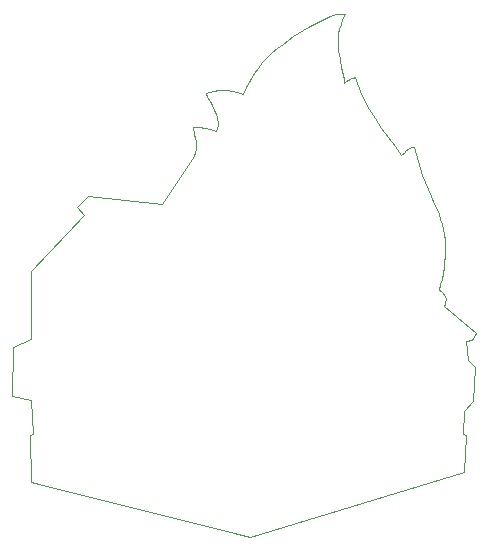
<source format=gbr>
G04 #@! TF.GenerationSoftware,KiCad,Pcbnew,(5.99.0-9526-g5c17ff0595)*
G04 #@! TF.CreationDate,2021-07-11T20:16:45-05:00*
G04 #@! TF.ProjectId,dumpsterFire,64756d70-7374-4657-9246-6972652e6b69,rev?*
G04 #@! TF.SameCoordinates,Original*
G04 #@! TF.FileFunction,Profile,NP*
%FSLAX46Y46*%
G04 Gerber Fmt 4.6, Leading zero omitted, Abs format (unit mm)*
G04 Created by KiCad (PCBNEW (5.99.0-9526-g5c17ff0595)) date 2021-07-11 20:16:45*
%MOMM*%
%LPD*%
G01*
G04 APERTURE LIST*
G04 #@! TA.AperFunction,Profile*
%ADD10C,0.100000*%
G04 #@! TD*
G04 APERTURE END LIST*
D10*
X147026561Y-122380107D02*
X128434005Y-117666200D01*
X128434005Y-117666200D02*
X128387240Y-113698797D01*
X128387240Y-113698797D02*
X128673808Y-113643497D01*
X128673808Y-113643497D02*
X128507900Y-110787872D01*
X128507900Y-110787872D02*
X126878989Y-110405782D01*
X126878989Y-110405782D02*
X126929264Y-106253065D01*
X126929264Y-106253065D02*
X128436772Y-105620002D01*
X128436772Y-105620002D02*
X128436772Y-99850689D01*
X128436772Y-99850689D02*
X132952213Y-95102062D01*
X132952213Y-95102062D02*
X132348913Y-94458542D01*
X132348913Y-94458542D02*
X133323362Y-93495777D01*
X133323362Y-93495777D02*
X139583491Y-94182029D01*
X139583491Y-94182029D02*
X140234191Y-93121759D01*
X140234191Y-93121759D02*
X140905496Y-92102700D01*
X140905496Y-92102700D02*
X142263150Y-90094668D01*
X142263150Y-90094668D02*
X142359713Y-89791319D01*
X142359713Y-89791319D02*
X142409830Y-89484487D01*
X142409830Y-89484487D02*
X142420901Y-89174726D01*
X142420901Y-89174726D02*
X142400326Y-88862592D01*
X142400326Y-88862592D02*
X142355505Y-88548640D01*
X142355505Y-88548640D02*
X142293837Y-88233424D01*
X142293837Y-88233424D02*
X142149560Y-87601421D01*
X142149560Y-87601421D02*
X142404060Y-87603353D01*
X142404060Y-87603353D02*
X142657820Y-87620815D01*
X142657820Y-87620815D02*
X143163270Y-87699194D01*
X143163270Y-87699194D02*
X143666211Y-87830292D01*
X143666211Y-87830292D02*
X144166939Y-88007841D01*
X144166939Y-88007841D02*
X144228841Y-87729500D01*
X144228841Y-87729500D02*
X144260682Y-87468626D01*
X144260682Y-87468626D02*
X144265499Y-87223620D01*
X144265499Y-87223620D02*
X144246332Y-86992882D01*
X144246332Y-86992882D02*
X144206218Y-86774812D01*
X144206218Y-86774812D02*
X144148197Y-86567809D01*
X144148197Y-86567809D02*
X144075307Y-86370275D01*
X144075307Y-86370275D02*
X143990586Y-86180609D01*
X143990586Y-86180609D02*
X143797806Y-85818480D01*
X143797806Y-85818480D02*
X143594167Y-85468625D01*
X143594167Y-85468625D02*
X143403976Y-85118244D01*
X143403976Y-85118244D02*
X143251542Y-84754538D01*
X143251542Y-84754538D02*
X143580662Y-84659453D01*
X143580662Y-84659453D02*
X143923291Y-84586883D01*
X143923291Y-84586883D02*
X144281802Y-84540784D01*
X144281802Y-84540784D02*
X144658573Y-84525118D01*
X144658573Y-84525118D02*
X145055979Y-84543842D01*
X145055979Y-84543842D02*
X145476394Y-84600917D01*
X145476394Y-84600917D02*
X145922195Y-84700301D01*
X145922195Y-84700301D02*
X146395758Y-84845955D01*
X146395758Y-84845955D02*
X146670186Y-84228776D01*
X146670186Y-84228776D02*
X146978321Y-83651634D01*
X146978321Y-83651634D02*
X147316446Y-83112732D01*
X147316446Y-83112732D02*
X147680842Y-82610271D01*
X147680842Y-82610271D02*
X148067795Y-82142455D01*
X148067795Y-82142455D02*
X148473587Y-81707486D01*
X148473587Y-81707486D02*
X148894501Y-81303567D01*
X148894501Y-81303567D02*
X149326820Y-80928901D01*
X149326820Y-80928901D02*
X149766827Y-80581689D01*
X149766827Y-80581689D02*
X150210807Y-80260135D01*
X150210807Y-80260135D02*
X150655040Y-79962441D01*
X150655040Y-79962441D02*
X151095812Y-79686810D01*
X151095812Y-79686810D02*
X151952102Y-79194546D01*
X151952102Y-79194546D02*
X152749941Y-78768964D01*
X152749941Y-78768964D02*
X153448540Y-78413015D01*
X153448540Y-78413015D02*
X153754864Y-78273085D01*
X153754864Y-78273085D02*
X154038079Y-78163020D01*
X154038079Y-78163020D02*
X154302340Y-78086201D01*
X154302340Y-78086201D02*
X154551803Y-78046003D01*
X154551803Y-78046003D02*
X154790623Y-78045807D01*
X154790623Y-78045807D02*
X155022955Y-78088990D01*
X155022955Y-78088990D02*
X154826535Y-78517388D01*
X154826535Y-78517388D02*
X154675807Y-78930284D01*
X154675807Y-78930284D02*
X154566518Y-79329120D01*
X154566518Y-79329120D02*
X154494419Y-79715338D01*
X154494419Y-79715338D02*
X154455258Y-80090380D01*
X154455258Y-80090380D02*
X154444786Y-80455689D01*
X154444786Y-80455689D02*
X154458750Y-80812707D01*
X154458750Y-80812707D02*
X154492901Y-81162876D01*
X154492901Y-81162876D02*
X154604760Y-81848435D01*
X154604760Y-81848435D02*
X154746355Y-82523906D01*
X154746355Y-82523906D02*
X154883682Y-83200824D01*
X154883682Y-83200824D02*
X154940118Y-83543432D01*
X154940118Y-83543432D02*
X154982735Y-83890729D01*
X154982735Y-83890729D02*
X155168824Y-83769886D01*
X155168824Y-83769886D02*
X155339354Y-83646650D01*
X155339354Y-83646650D02*
X155441766Y-83587670D01*
X155441766Y-83587670D02*
X155567867Y-83532334D01*
X155567867Y-83532334D02*
X155726849Y-83482057D01*
X155726849Y-83482057D02*
X155927906Y-83438254D01*
X155927906Y-83438254D02*
X156075521Y-83915870D01*
X156075521Y-83915870D02*
X156244590Y-84378162D01*
X156244590Y-84378162D02*
X156433208Y-84826491D01*
X156433208Y-84826491D02*
X156639468Y-85262218D01*
X156639468Y-85262218D02*
X156861465Y-85686705D01*
X156861465Y-85686705D02*
X157097294Y-86101312D01*
X157097294Y-86101312D02*
X157602822Y-86906332D01*
X157602822Y-86906332D02*
X158140807Y-87688169D01*
X158140807Y-87688169D02*
X158696002Y-88457713D01*
X158696002Y-88457713D02*
X159253162Y-89225853D01*
X159253162Y-89225853D02*
X159797041Y-90003480D01*
X159797041Y-90003480D02*
X159917485Y-89910437D01*
X159917485Y-89910437D02*
X160025453Y-89811636D01*
X160025453Y-89811636D02*
X160239956Y-89613372D01*
X160239956Y-89613372D02*
X160364487Y-89522216D01*
X160364487Y-89522216D02*
X160512537Y-89441914D01*
X160512537Y-89441914D02*
X160693105Y-89376620D01*
X160693105Y-89376620D02*
X160915188Y-89330488D01*
X160915188Y-89330488D02*
X161221321Y-90512147D01*
X161221321Y-90512147D02*
X161398653Y-91104693D01*
X161398653Y-91104693D02*
X161595334Y-91700594D01*
X161595334Y-91700594D02*
X161813743Y-92301509D01*
X161813743Y-92301509D02*
X162056260Y-92909096D01*
X162056260Y-92909096D02*
X162325263Y-93525015D01*
X162325263Y-93525015D02*
X162623133Y-94150924D01*
X162623133Y-94150924D02*
X162814294Y-94563942D01*
X162814294Y-94563942D02*
X162982193Y-94984516D01*
X162982193Y-94984516D02*
X163127019Y-95412289D01*
X163127019Y-95412289D02*
X163248963Y-95846908D01*
X163248963Y-95846908D02*
X163348215Y-96288016D01*
X163348215Y-96288016D02*
X163424964Y-96735258D01*
X163424964Y-96735258D02*
X163479400Y-97188279D01*
X163479400Y-97188279D02*
X163511713Y-97646723D01*
X163511713Y-97646723D02*
X163522093Y-98110236D01*
X163522093Y-98110236D02*
X163510730Y-98578461D01*
X163510730Y-98578461D02*
X163477813Y-99051044D01*
X163477813Y-99051044D02*
X163423533Y-99527629D01*
X163423533Y-99527629D02*
X163348079Y-100007860D01*
X163348079Y-100007860D02*
X163251642Y-100491383D01*
X163251642Y-100491383D02*
X163134410Y-100977842D01*
X163134410Y-100977842D02*
X162996575Y-101466882D01*
X162996575Y-101466882D02*
X163168963Y-101566309D01*
X163168963Y-101566309D02*
X163315564Y-101689376D01*
X163315564Y-101689376D02*
X163440926Y-101831911D01*
X163440926Y-101831911D02*
X163549602Y-101989742D01*
X163549602Y-101989742D02*
X163568712Y-102231995D01*
X163568712Y-102231995D02*
X163559051Y-102449584D01*
X163559051Y-102449584D02*
X163524555Y-102645893D01*
X163524555Y-102645893D02*
X163469162Y-102824308D01*
X163469162Y-102824308D02*
X166123684Y-105066575D01*
X166123684Y-105066575D02*
X165801924Y-105659819D01*
X165801924Y-105659819D02*
X165309228Y-105760371D01*
X165309228Y-105760371D02*
X165439943Y-107379227D01*
X165439943Y-107379227D02*
X166023135Y-108002636D01*
X166023135Y-108002636D02*
X165882363Y-110868314D01*
X165882363Y-110868314D02*
X165168459Y-111712935D01*
X165168459Y-111712935D02*
X165067909Y-113603275D01*
X165067909Y-113603275D02*
X165258954Y-113754100D01*
X165258954Y-113754100D02*
X165165404Y-116828043D01*
X165165404Y-116828043D02*
X147026561Y-122380107D01*
X147026561Y-122380107D02*
X147026561Y-122380107D01*
M02*

</source>
